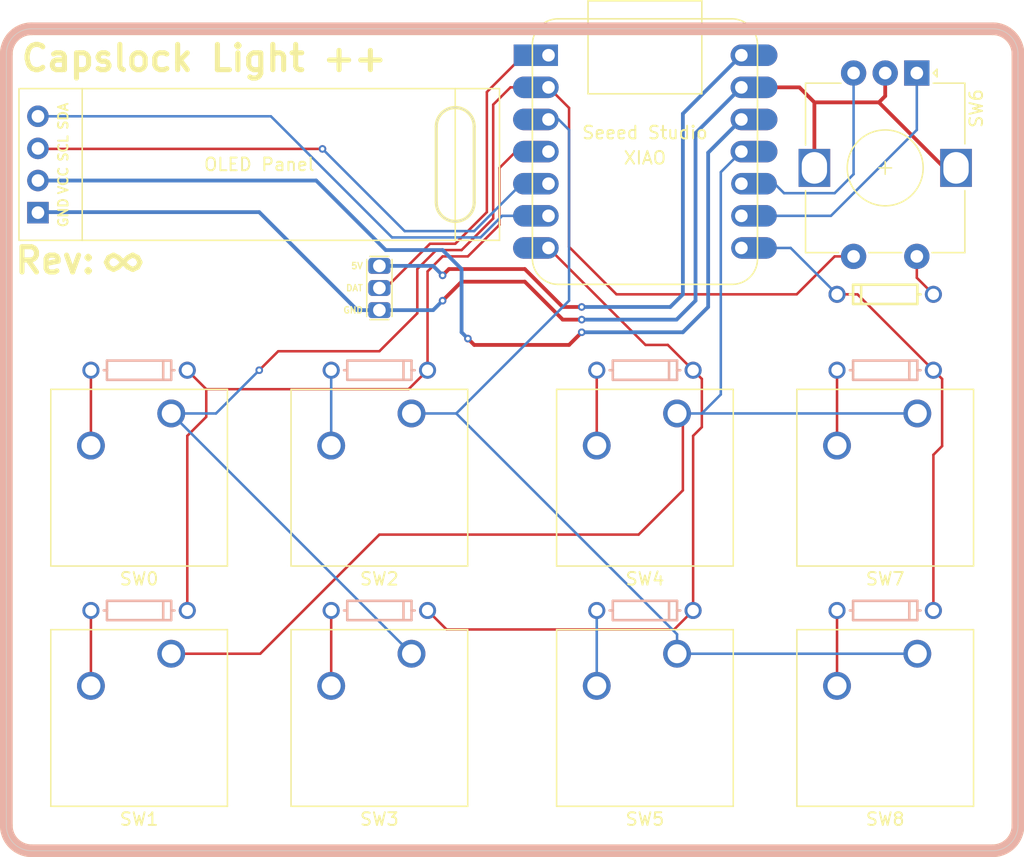
<source format=kicad_pcb>
(kicad_pcb (version 20240108) (generator "pcbnew") (generator_version "8.0")
  (title_block (title "Capslock Light ++") (date "2024-10-04") (rev "Infinity"))
  (layers (0 "F.Cu" signal) (31 "B.Cu" signal) (34 "B.Paste" user) (35 "F.Paste" user) (36 "B.SilkS" user "B.Silkscreen") (37 "F.SilkS" user "F.Silkscreen") (38 "B.Mask" user) (39 "F.Mask" user) (44 "Edge.Cuts" user))
  (net 0 "")
  (net 1 "Net-(D2-A)")
  (net 2 "Net-(D3-A)")
  (net 3 "Net-(D4-A)")
  (net 4 "Net-(D5-A)")
  (net 5 "Net-(D6-A)")
  (net 6 "Net-(D7-A)")
  (net 7 "Net-(D8-A)")
  (net 8 "Net-(D1-A)")
  (net 9 "Net-(D0-A)")
  (net 10 "R3")
  (net 11 "R2")
  (net 12 "R1")
  (net 13 "GND")
  (net 14 "+3.3V")
  (net 15 "C1")
  (net 16 "C2")
  (net 17 "C3")
  (net 18 "B")
  (net 19 "A")
  (net 20 "/5V")
  (net 21 "/SCL")
  (net 22 "/SDA")
  (net 23 "/DAT")
  (footprint "Rotary_Encoder:RotaryEncoder_Alps_EC12E-Switch_Vertical_H20mm" (layer "F.Cu") (at 117.5 34.5 -90)
    (property "Reference" "SW6" (at -4.7 -7.2 90) (layer "F.SilkS"))
    (property "Value" "RotaryEncoder_Switch_MP")
    (fp_line (start -6.7 6.3) (end -6.7 3.5) (stroke (width 0.12)) (layer "F.SilkS"))
    (fp_line (start -1.8 6.3) (end -6.7 6.3) (stroke (width 0.12)) (layer "F.SilkS"))
    (fp_line (start 6.7 6.3) (end 1.8 6.3) (stroke (width 0.12)) (layer "F.SilkS"))
    (fp_line (start 6.7 3.7) (end 6.7 6.3) (stroke (width 0.12)) (layer "F.SilkS"))
    (fp_line (start -0.5 0) (end 0.5 0) (stroke (width 0.12)) (layer "F.SilkS"))
    (fp_line (start 0 -0.5) (end 0 0.5) (stroke (width 0.12)) (layer "F.SilkS"))
    (fp_line (start 6.7 -1.3) (end 6.7 1.3) (stroke (width 0.12)) (layer "F.SilkS"))
    (fp_line (start -7.5 -3.8) (end -7.8 -4.1) (stroke (width 0.12)) (layer "F.SilkS"))
    (fp_line (start -7.8 -4.1) (end -7.2 -4.1) (stroke (width 0.12)) (layer "F.SilkS"))
    (fp_line (start -7.2 -4.1) (end -7.5 -3.8) (stroke (width 0.12)) (layer "F.SilkS"))
    (fp_line (start -6.7 -6.3) (end -6.7 -3.8) (stroke (width 0.12)) (layer "F.SilkS"))
    (fp_line (start -1.9 -6.3) (end -6.7 -6.3) (stroke (width 0.12)) (layer "F.SilkS"))
    (fp_line (start 1.8 -6.3) (end 6.7 -6.3) (stroke (width 0.12)) (layer "F.SilkS"))
    (fp_line (start 6.7 -6.3) (end 6.7 -3.7) (stroke (width 0.12)) (layer "F.SilkS"))
    (fp_circle (center 0 0) (end 3 0) (stroke (width 0.12)) (fill none) (layer "F.SilkS"))
    (pad "A" thru_hole rect (at -7.5 -2.5 270) (size 2 2) (drill 1) (layers "*.Cu" "*.Mask") (net 19 "A"))
    (pad "B" thru_hole circle (at -7.5 2.5 270) (size 2 2) (drill 1) (layers "*.Cu" "*.Mask") (net 18 "B"))
    (pad "C" thru_hole circle (at -7.5 0 270) (size 2 2) (drill 1) (layers "*.Cu" "*.Mask") (net 13 "GND"))
    (pad "MP" thru_hole rect (at 0 -5.6 270) (size 3 2.5) (drill oval 2.5 2) (layers "*.Cu" "*.Mask") (net 13 "GND"))
    (pad "MP" thru_hole rect (at 0 5.6 270) (size 3 2.5) (drill oval 2.5 2) (layers "*.Cu" "*.Mask") (net 13 "GND"))
    (pad "S1" thru_hole circle (at 7 -2.5 270) (size 2 2) (drill 1) (layers "*.Cu" "*.Mask") (net 5 "Net-(D6-A)"))
    (pad "S2" thru_hole circle (at 7 2.5 270) (size 2 2) (drill 1) (layers "*.Cu" "*.Mask") (net 15 "C1"))
  )
  (footprint "Button_Switch_Keyboard:SW_Cherry_MX_1.00u_PCB" (layer "F.Cu") (at 120.04 72.92)
    (property "Reference" "SW8" (at -2.54 13.08 0) (layer "F.SilkS"))
    (property "Value" "SW_Push")
    (fp_line (start -9.525 -1.905) (end 4.445 -1.905) (stroke (width 0.12)) (layer "F.SilkS"))
    (fp_line (start -9.525 12.065) (end -9.525 -1.905) (stroke (width 0.12)) (layer "F.SilkS"))
    (fp_line (start 4.445 -1.905) (end 4.445 12.065) (stroke (width 0.12)) (layer "F.SilkS"))
    (fp_line (start 4.445 12.065) (end -9.525 12.065) (stroke (width 0.12)) (layer "F.SilkS"))
    (pad "" np_thru_hole circle (at -7.62 5.08) (size 1.7 1.7) (drill 1.7) (layers "*.Cu" "*.Mask"))
    (pad "" np_thru_hole circle (at -2.54 5.08) (size 4 4) (drill 4) (layers "*.Cu" "*.Mask"))
    (pad "" np_thru_hole circle (at 2.54 5.08) (size 1.7 1.7) (drill 1.7) (layers "*.Cu" "*.Mask"))
    (pad "1" thru_hole circle (at 0 0) (size 2.2 2.2) (drill 1.5) (layers "*.Cu" "*.Mask") (net 17 "C3"))
    (pad "2" thru_hole circle (at -6.35 2.54) (size 2.2 2.2) (drill 1.5) (layers "*.Cu" "*.Mask") (net 7 "Net-(D8-A)"))
  )
  (footprint "Button_Switch_Keyboard:SW_Cherry_MX_1.00u_PCB" (layer "F.Cu") (at 61.04 53.92)
    (property "Reference" "SW0" (at -2.54 13.08 0) (layer "F.SilkS"))
    (property "Value" "SW_Push")
    (fp_line (start -9.525 -1.905) (end 4.445 -1.905) (stroke (width 0.12)) (layer "F.SilkS"))
    (fp_line (start -9.525 12.065) (end -9.525 -1.905) (stroke (width 0.12)) (layer "F.SilkS"))
    (fp_line (start 4.445 -1.905) (end 4.445 12.065) (stroke (width 0.12)) (layer "F.SilkS"))
    (fp_line (start 4.445 12.065) (end -9.525 12.065) (stroke (width 0.12)) (layer "F.SilkS"))
    (pad "" np_thru_hole circle (at -7.62 5.08) (size 1.7 1.7) (drill 1.7) (layers "*.Cu" "*.Mask"))
    (pad "" np_thru_hole circle (at -2.54 5.08) (size 4 4) (drill 4) (layers "*.Cu" "*.Mask"))
    (pad "" np_thru_hole circle (at 2.54 5.08) (size 1.7 1.7) (drill 1.7) (layers "*.Cu" "*.Mask"))
    (pad "1" thru_hole circle (at 0 0) (size 2.2 2.2) (drill 1.5) (layers "*.Cu" "*.Mask") (net 15 "C1"))
    (pad "2" thru_hole circle (at -6.35 2.54) (size 2.2 2.2) (drill 1.5) (layers "*.Cu" "*.Mask") (net 9 "Net-(D0-A)"))
  )
  (footprint "Button_Switch_Keyboard:SW_Cherry_MX_1.00u_PCB" (layer "F.Cu") (at 80.04 53.92)
    (property "Reference" "SW2" (at -2.54 13.08 0) (layer "F.SilkS"))
    (property "Value" "SW_Push")
    (fp_line (start -9.525 -1.905) (end 4.445 -1.905) (stroke (width 0.12)) (layer "F.SilkS"))
    (fp_line (start -9.525 12.065) (end -9.525 -1.905) (stroke (width 0.12)) (layer "F.SilkS"))
    (fp_line (start 4.445 -1.905) (end 4.445 12.065) (stroke (width 0.12)) (layer "F.SilkS"))
    (fp_line (start 4.445 12.065) (end -9.525 12.065) (stroke (width 0.12)) (layer "F.SilkS"))
    (pad "" np_thru_hole circle (at -7.62 5.08) (size 1.7 1.7) (drill 1.7) (layers "*.Cu" "*.Mask"))
    (pad "" np_thru_hole circle (at -2.54 5.08) (size 4 4) (drill 4) (layers "*.Cu" "*.Mask"))
    (pad "" np_thru_hole circle (at 2.54 5.08) (size 1.7 1.7) (drill 1.7) (layers "*.Cu" "*.Mask"))
    (pad "1" thru_hole circle (at 0 0) (size 2.2 2.2) (drill 1.5) (layers "*.Cu" "*.Mask") (net 17 "C3"))
    (pad "2" thru_hole circle (at -6.35 2.54) (size 2.2 2.2) (drill 1.5) (layers "*.Cu" "*.Mask") (net 1 "Net-(D2-A)"))
  )
  (footprint "Button_Switch_Keyboard:SW_Cherry_MX_1.00u_PCB" (layer "F.Cu") (at 80.04 72.92)
    (property "Reference" "SW3" (at -2.54 13.08 0) (layer "F.SilkS"))
    (property "Value" "SW_Push")
    (fp_line (start -9.525 -1.905) (end 4.445 -1.905) (stroke (width 0.12)) (layer "F.SilkS"))
    (fp_line (start -9.525 12.065) (end -9.525 -1.905) (stroke (width 0.12)) (layer "F.SilkS"))
    (fp_line (start 4.445 -1.905) (end 4.445 12.065) (stroke (width 0.12)) (layer "F.SilkS"))
    (fp_line (start 4.445 12.065) (end -9.525 12.065) (stroke (width 0.12)) (layer "F.SilkS"))
    (pad "" np_thru_hole circle (at -7.62 5.08) (size 1.7 1.7) (drill 1.7) (layers "*.Cu" "*.Mask"))
    (pad "" np_thru_hole circle (at -2.54 5.08) (size 4 4) (drill 4) (layers "*.Cu" "*.Mask"))
    (pad "" np_thru_hole circle (at 2.54 5.08) (size 1.7 1.7) (drill 1.7) (layers "*.Cu" "*.Mask"))
    (pad "1" thru_hole circle (at 0 0) (size 2.2 2.2) (drill 1.5) (layers "*.Cu" "*.Mask") (net 15 "C1"))
    (pad "2" thru_hole circle (at -6.35 2.54) (size 2.2 2.2) (drill 1.5) (layers "*.Cu" "*.Mask") (net 2 "Net-(D3-A)"))
  )
  (footprint "Seeed Studio XIAO Series Library:XIAO-Generic-Hybrid-14P-2.54-21X17.8MM" (layer "F.Cu") (at 98.5 33.212015)
    (property "Reference" "U0" (hide yes))
    (property "Value" "Seeed Studio XIAO SAMD21" (hide yes))
    (fp_line (start -8.9 -8.5) (end -8.9 8.5) (stroke (width 0.127)) (layer "F.SilkS"))
    (fp_line (start -6.9 10.5) (end 6.9 10.5) (stroke (width 0.127)) (layer "F.SilkS"))
    (fp_line (start -4.5 -11.92403) (end 4.5 -11.92403) (stroke (width 0.127)) (layer "F.SilkS"))
    (fp_line (start -4.5 -4.57073) (end -4.5 -11.92403) (stroke (width 0.127)) (layer "F.SilkS"))
    (fp_line (start 4.5 -11.92403) (end 4.5 -4.57073) (stroke (width 0.127)) (layer "F.SilkS"))
    (fp_line (start 4.5 -4.57073) (end -4.5 -4.57073) (stroke (width 0.127)) (layer "F.SilkS"))
    (fp_line (start 6.9 -10.49909) (end -6.9 -10.49909) (stroke (width 0.127)) (layer "F.SilkS"))
    (fp_line (start 8.9 8.5) (end 8.9 -8.5) (stroke (width 0.127)) (layer "F.SilkS"))
    (fp_arc (start -8.9 -8.5) (mid -8.301491 -9.901491) (end -6.9 -10.5) (stroke (width 0.12)) (layer "F.SilkS"))
    (fp_arc (start -6.9 10.5) (mid -8.301423 9.901423) (end -8.9 8.5) (stroke (width 0.12)) (layer "F.SilkS"))
    (fp_arc (start 6.9 -10.5) (mid 8.301494 -9.901494) (end 8.9 -8.5) (stroke (width 0.12)) (layer "F.SilkS"))
    (fp_arc (start 8.9 8.5) (mid 8.314214 9.914214) (end 6.9 10.5) (stroke (width 0.12)) (layer "F.SilkS"))
    (fp_poly (pts (xy -8.887715 -8.561705) (xy -8.884667 -8.610473) (xy -8.880603 -8.659494)) (stroke (width 0.0254)) (fill none) (layer "F.SilkS"))
    (fp_poly (pts (xy 8.889492 8.521574) (xy 8.887713 8.57085) (xy 8.884665 8.619618) (xy 8.880601 8.668639) (xy 8.875268 8.717407) (xy 8.868664 8.766175) (xy 8.861044 8.81469) (xy 8.852153 8.86295) (xy 8.842248 8.910955)) (stroke (width 0.0254)) (fill none) (layer "F.SilkS"))
    (fp_text user "XIAO" (at 0 0.5 0) (layer "F.SilkS"))
    (fp_text user "Seeed Studio" (at 0 -1.5 0) (layer "F.SilkS"))
    (pad "1" thru_hole rect (at -7.625 -7.62) (size 3.5 1.7) (drill 1 (offset -1 0)) (layers "*.Cu" "*.Mask") (net 23 "/DAT"))
    (pad "2" thru_hole oval (at -7.625 -5.08) (size 3.6 1.7) (drill 1 (offset -1 0)) (layers "*.Cu" "*.Mask") (net 15 "C1"))
    (pad "3" thru_hole oval (at -7.625 -2.54) (size 3.6 1.7) (drill 1 (offset -1 0)) (layers "*.Cu" "*.Mask") (net 17 "C3"))
    (pad "4" thru_hole oval (at -7.625 0) (size 3.6 1.7) (drill 1 (offset -1 0)) (layers "*.Cu" "*.Mask") (net 10 "R3"))
    (pad "5" thru_hole oval (at -7.625 2.54) (size 3.6 1.7) (drill 1 (offset -1 0)) (layers "*.Cu" "*.Mask") (net 22 "/SDA"))
    (pad "6" thru_hole oval (at -7.625 5.08 180) (size 3.6 1.7) (drill 1 (offset 1 0)) (layers "*.Cu" "*.Mask") (net 21 "/SCL"))
    (pad "7" thru_hole oval (at -7.625 7.62) (size 3.6 1.7) (drill 1 (offset -1 0)) (layers "*.Cu" "*.Mask") (net 11 "R2"))
    (pad "8" thru_hole oval (at 7.625 7.62) (size 3.6 1.7) (drill 1 (offset 1 0)) (layers "*.Cu" "*.Mask") (net 12 "R1"))
    (pad "9" thru_hole oval (at 7.625 5.08) (size 3.6 1.7) (drill 1 (offset 1 0)) (layers "*.Cu" "*.Mask") (net 19 "A"))
    (pad "10" thru_hole oval (at 7.625 2.54) (size 3.6 1.7) (drill 1 (offset 1 0)) (layers "*.Cu" "*.Mask") (net 18 "B"))
    (pad "11" thru_hole oval (at 7.625 0) (size 3.7 1.7) (drill 1 (offset 1 0)) (layers "*.Cu" "*.Mask") (net 16 "C2"))
    (pad "12" thru_hole oval (at 7.625 -2.54) (size 3.7 1.7) (drill 1 (offset 1 0)) (layers "*.Cu" "*.Mask") (net 14 "+3.3V"))
    (pad "13" thru_hole oval (at 7.625 -5.08) (size 3.7 1.7) (drill 1 (offset 1 0)) (layers "*.Cu" "*.Mask") (net 13 "GND"))
    (pad "14" thru_hole oval (at 7.625 -7.62) (size 3.7 1.7) (drill 1 (offset 1 0)) (layers "*.Cu" "*.Mask") (net 20 "/5V"))
  )
  (footprint "Button_Switch_Keyboard:SW_Cherry_MX_1.00u_PCB" (layer "F.Cu") (at 120.04 53.92)
    (property "Reference" "SW7" (at -2.54 13.08 0) (layer "F.SilkS"))
    (property "Value" "SW_Push")
    (fp_line (start -9.525 -1.905) (end 4.445 -1.905) (stroke (width 0.12)) (layer "F.SilkS"))
    (fp_line (start -9.525 12.065) (end -9.525 -1.905) (stroke (width 0.12)) (layer "F.SilkS"))
    (fp_line (start 4.445 -1.905) (end 4.445 12.065) (stroke (width 0.12)) (layer "F.SilkS"))
    (fp_line (start 4.445 12.065) (end -9.525 12.065) (stroke (width 0.12)) (layer "F.SilkS"))
    (pad "" np_thru_hole circle (at -7.62 5.08) (size 1.7 1.7) (drill 1.7) (layers "*.Cu" "*.Mask"))
    (pad "" np_thru_hole circle (at -2.54 5.08) (size 4 4) (drill 4) (layers "*.Cu" "*.Mask"))
    (pad "" np_thru_hole circle (at 2.54 5.08) (size 1.7 1.7) (drill 1.7) (layers "*.Cu" "*.Mask"))
    (pad "1" thru_hole circle (at 0 0) (size 2.2 2.2) (drill 1.5) (layers "*.Cu" "*.Mask") (net 16 "C2"))
    (pad "2" thru_hole circle (at -6.35 2.54) (size 2.2 2.2) (drill 1.5) (layers "*.Cu" "*.Mask") (net 6 "Net-(D7-A)"))
  )
  (footprint "Diode_THT:DIODE-1N4148" (layer "F.Cu") (at 117.5 44.5 180)
    (property "Reference" "D6")
    (property "Value" "1N4148WT" (hide yes))
    (fp_line (start 2.54 0.762) (end -2.54 0.762) (stroke (width 0.2032)) (layer "F.SilkS"))
    (fp_line (start 2.54 0) (end 2.794 0) (stroke (width 0.2032)) (layer "F.SilkS"))
    (fp_line (start 2.54 0) (end 2.54 0.762) (stroke (width 0.2032)) (layer "F.SilkS"))
    (fp_line (start 2.54 -0.762) (end 2.54 0) (stroke (width 0.2032)) (layer "F.SilkS"))
    (fp_line (start 1.905 -0.635) (end 1.905 0.635) (stroke (width 0.2032)) (layer "F.SilkS"))
    (fp_line (start -2.54 0.762) (end -2.54 0) (stroke (width 0.2032)) (layer "F.SilkS"))
    (fp_line (start -2.54 0) (end -2.54 -0.762) (stroke (width 0.2032)) (layer "F.SilkS"))
    (fp_line (start -2.54 0) (end -2.794 0) (stroke (width 0.2032)) (layer "F.SilkS"))
    (fp_line (start -2.54 -0.762) (end 2.54 -0.762) (stroke (width 0.2032)) (layer "F.SilkS"))
    (pad "1" thru_hole oval (at 3.81 0 180) (size 1.34874 1.34874) (drill 0.89916) (layers "*.Cu" "*.Mask") (net 12 "R1"))
    (pad "2" thru_hole oval (at -3.81 0 180) (size 1.34874 1.34874) (drill 0.89916) (layers "*.Cu" "*.Mask") (net 5 "Net-(D6-A)"))
  )
  (footprint "Jumper:SolderJumper-3_P1.3mm_Open_Pad1.0x1.5mm" (layer "F.Cu") (at 77.5 44 -90)
    (property "Reference" "J0" (hide yes))
    (property "Value" "Conn_01x03_Socket")
    (fp_line (start 2.25 1) (end -2.25 1) (stroke (width 0.12)) (layer "F.SilkS"))
    (fp_line (start -2.5 0.75) (end -2.5 -0.75) (stroke (width 0.12)) (layer "F.SilkS"))
    (fp_line (start 2.5 -0.75) (end 2.5 0.75) (stroke (width 0.12)) (layer "F.SilkS"))
    (fp_line (start -2.25 -1) (end 2.25 -1) (stroke (width 0.12)) (layer "F.SilkS"))
    (fp_text user "GND" (at 1.75 1.25 0) (layer "F.SilkS") (effects (font (size 0.5 0.5) (thickness 0.1)) (justify right)))
    (fp_text user "5V" (at -1.75 1.25 0) (layer "F.SilkS") (effects (font (size 0.5 0.5) (thickness 0.1)) (justify right)))
    (fp_text user "DAT" (at 0 1.25 0) (layer "F.SilkS") (effects (font (size 0.5 0.5) (thickness 0.1)) (justify right)))
    (pad "1" thru_hole roundrect (at -1.75 0 270) (size 1.25 1.75) (drill 1) (layers "*.Cu" "*.Mask") (roundrect_rratio 0.2) (net 20 "/5V"))
    (pad "2" thru_hole roundrect (at 0 0 270) (size 1.25 1.75) (drill 1) (layers "*.Cu" "*.Mask") (net 23 "/DAT"))
    (pad "3" thru_hole roundrect (at 1.75 0 270) (size 1.25 1.75) (drill 1) (layers "*.Cu" "*.Mask") (roundrect_rratio 0.2) (net 13 "GND"))
  )
  (footprint "Display:SSD1306-0.91-OLED-4pin-128x32" (layer "F.Cu") (at 68 34.23 180)
    (property "Reference" "J1" (hide yes))
    (property "Value" "Conn_01x04")
    (fp_line (start 14 -6) (end 14 6) (stroke (width 0.12)) (layer "F.SilkS"))
    (fp_line (start -14 -3) (end -14 3) (stroke (width 0.25)) (layer "F.SilkS"))
    (fp_line (start -15.5 -6) (end -15.5 6) (stroke (width 0.12)) (layer "F.SilkS"))
    (fp_line (start -17 3) (end -17 -3) (stroke (width 0.25)) (layer "F.SilkS"))
    (fp_rect (start -19 -6) (end 19 6) (stroke (width 0.12)) (fill none) (layer "F.SilkS"))
    (fp_arc (start -14 3) (mid -14.43934 4.06066) (end -15.5 4.5) (stroke (width 0.25)) (layer "F.SilkS"))
    (fp_arc (start -15.5 4.5) (mid -16.56066 4.06066) (end -17 3) (stroke (width 0.25)) (layer "F.SilkS"))
    (fp_arc (start -15.5 -4.5) (mid -14.43934 -4.06066) (end -14 -3) (stroke (width 0.25)) (layer "F.SilkS"))
    (fp_arc (start -17 -3) (mid -16.56066 -4.06066) (end -15.5 -4.5) (stroke (width 0.25)) (layer "F.SilkS"))
    (fp_line (start -14 -3) (end -14 3) (stroke (width 0.05)) (layer "Edge.Cuts"))
    (fp_line (start -17 3) (end -17 -3) (stroke (width 0.05)) (layer "Edge.Cuts"))
    (fp_arc (start -14 3) (mid -14.43934 4.06066) (end -15.5 4.5) (stroke (width 0.05)) (layer "Edge.Cuts"))
    (fp_arc (start -15.5 4.5) (mid -16.56066 4.06066) (end -17 3) (stroke (width 0.05)) (layer "Edge.Cuts"))
    (fp_arc (start -15.5 -4.5) (mid -14.43934 -4.06066) (end -14 -3) (stroke (width 0.05)) (layer "Edge.Cuts"))
    (fp_arc (start -17 -3) (mid -16.56066 -4.06066) (end -15.5 -4.5) (stroke (width 0.05)) (layer "Edge.Cuts"))
    (fp_text user "OLED Panel" (at 0 0 0) (layer "F.SilkS"))
    (fp_text user "SDA" (at 15.5 3.81 90) (layer "F.SilkS") (effects (font (size 0.75 0.75))))
    (fp_text user "SCL" (at 15.5 1.27 90) (layer "F.SilkS") (effects (font (size 0.75 0.75))))
    (fp_text user "GND" (at 15.5 -3.81 90) (layer "F.SilkS") (effects (font (size 0.75 0.75))))
    (fp_text user "VCC" (at 15.5 -1.27 90) (layer "F.SilkS") (effects (font (size 0.75 0.75))))
    (pad "1" thru_hole rect (at 17.5 -3.81 180) (size 1.7 1.7) (drill 1) (layers "*.Cu" "*.Mask") (net 13 "GND"))
    (pad "2" thru_hole oval (at 17.5 -1.27 180) (size 1.7 1.7) (drill 1) (layers "*.Cu" "*.Mask") (net 14 "+3.3V"))
    (pad "3" thru_hole oval (at 17.5 1.27 180) (size 1.7 1.7) (drill 1) (layers "*.Cu" "*.Mask") (net 22 "/SDA"))
    (pad "4" thru_hole oval (at 17.5 3.81 180) (size 1.7 1.7) (drill 1) (layers "*.Cu" "*.Mask") (net 21 "/SCL"))
  )
  (footprint "MountingHole:MountingHole_3.2mm_M3" (layer "F.Cu") (at 88 46)
    (property "Reference" "REF**" (hide yes))
    (property "Value" "MountingHole_3.2mm_M3" (hide yes))
    (pad "" np_thru_hole circle (at 0 0) (size 3.2 3.2) (drill 3.2) (layers "*.Cu" "*.Mask"))
  )
  (footprint "MountingHole:MountingHole_3.2mm_M3" (layer "F.Cu") (at 88 68.5)
    (property "Reference" "REF**" (hide yes))
    (property "Value" "MountingHole_3.2mm_M3" (hide yes))
    (pad "" np_thru_hole circle (at 0 0) (size 3.2 3.2) (drill 3.2) (layers "*.Cu" "*.Mask"))
  )
  (footprint "Button_Switch_Keyboard:SW_Cherry_MX_1.00u_PCB" (layer "F.Cu") (at 101.04 53.92)
    (property "Reference" "SW4" (at -2.54 13.08 0) (layer "F.SilkS"))
    (property "Value" "SW_Push")
    (fp_line (start -9.525 -1.905) (end 4.445 -1.905) (stroke (width 0.12)) (layer "F.SilkS"))
    (fp_line (start -9.525 12.065) (end -9.525 -1.905) (stroke (width 0.12)) (layer "F.SilkS"))
    (fp_line (start 4.445 -1.905) (end 4.445 12.065) (stroke (width 0.12)) (layer "F.SilkS"))
    (fp_line (start 4.445 12.065) (end -9.525 12.065) (stroke (width 0.12)) (layer "F.SilkS"))
    (pad "" np_thru_hole circle (at -7.62 5.08) (size 1.7 1.7) (drill 1.7) (layers "*.Cu" "*.Mask"))
    (pad "" np_thru_hole circle (at -2.54 5.08) (size 4 4) (drill 4) (layers "*.Cu" "*.Mask"))
    (pad "" np_thru_hole circle (at 2.54 5.08) (size 1.7 1.7) (drill 1.7) (layers "*.Cu" "*.Mask"))
    (pad "1" thru_hole circle (at 0 0) (size 2.2 2.2) (drill 1.5) (layers "*.Cu" "*.Mask") (net 16 "C2"))
    (pad "2" thru_hole circle (at -6.35 2.54) (size 2.2 2.2) (drill 1.5) (layers "*.Cu" "*.Mask") (net 3 "Net-(D4-A)"))
  )
  (footprint "Button_Switch_Keyboard:SW_Cherry_MX_1.00u_PCB" (layer "F.Cu") (at 101.04 72.92)
    (property "Reference" "SW5" (at -2.54 13.08 0) (layer "F.SilkS"))
    (property "Value" "SW_Push")
    (fp_line (start -9.525 -1.905) (end 4.445 -1.905) (stroke (width 0.12)) (layer "F.SilkS"))
    (fp_line (start -9.525 12.065) (end -9.525 -1.905) (stroke (width 0.12)) (layer "F.SilkS"))
    (fp_line (start 4.445 -1.905) (end 4.445 12.065) (stroke (width 0.12)) (layer "F.SilkS"))
    (fp_line (start 4.445 12.065) (end -9.525 12.065) (stroke (width 0.12)) (layer "F.SilkS"))
    (pad "" np_thru_hole circle (at -7.62 5.08) (size 1.7 1.7) (drill 1.7) (layers "*.Cu" "*.Mask"))
    (pad "" np_thru_hole circle (at -2.54 5.08) (size 4 4) (drill 4) (layers "*.Cu" "*.Mask"))
    (pad "" np_thru_hole circle (at 2.54 5.08) (size 1.7 1.7) (drill 1.7) (layers "*.Cu" "*.Mask"))
    (pad "1" thru_hole circle (at 0 0) (size 2.2 2.2) (drill 1.5) (layers "*.Cu" "*.Mask") (net 17 "C3"))
    (pad "2" thru_hole circle (at -6.35 2.54) (size 2.2 2.2) (drill 1.5) (layers "*.Cu" "*.Mask") (net 4 "Net-(D5-A)"))
  )
  (footprint "Button_Switch_Keyboard:SW_Cherry_MX_1.00u_PCB" (layer "F.Cu") (at 61.04 72.92)
    (property "Reference" "SW1" (at -2.54 13.08 0) (layer "F.SilkS"))
    (property "Value" "SW_Push")
    (fp_line (start -9.525 -1.905) (end 4.445 -1.905) (stroke (width 0.12)) (layer "F.SilkS"))
    (fp_line (start -9.525 12.065) (end -9.525 -1.905) (stroke (width 0.12)) (layer "F.SilkS"))
    (fp_line (start 4.445 -1.905) (end 4.445 12.065) (stroke (width 0.12)) (layer "F.SilkS"))
    (fp_line (start 4.445 12.065) (end -9.525 12.065) (stroke (width 0.12)) (layer "F.SilkS"))
    (pad "" np_thru_hole circle (at -7.62 5.08) (size 1.7 1.7) (drill 1.7) (layers "*.Cu" "*.Mask"))
    (pad "" np_thru_hole circle (at -2.54 5.08) (size 4 4) (drill 4) (layers "*.Cu" "*.Mask"))
    (pad "" np_thru_hole circle (at 2.54 5.08) (size 1.7 1.7) (drill 1.7) (layers "*.Cu" "*.Mask"))
    (pad "1" thru_hole circle (at 0 0) (size 2.2 2.2) (drill 1.5) (layers "*.Cu" "*.Mask") (net 16 "C2"))
    (pad "2" thru_hole circle (at -6.35 2.54) (size 2.2 2.2) (drill 1.5) (layers "*.Cu" "*.Mask") (net 8 "Net-(D1-A)"))
  )
  (footprint "Diode_THT:DIODE-1N4148" (layer "B.Cu") (at 58.5 69.5)
    (property "Reference" "D1")
    (property "Value" "1N4148WT" (hide yes))
    (fp_line (start -2.794 0) (end -2.54 0) (stroke (width 0.2032)) (layer "B.SilkS"))
    (fp_line (start -2.54 -0.762) (end 2.54 -0.762) (stroke (width 0.2032)) (layer "B.SilkS"))
    (fp_line (start -2.54 0) (end -2.54 -0.762) (stroke (width 0.2032)) (layer "B.SilkS"))
    (fp_line (start -2.54 0.762) (end -2.54 0) (stroke (width 0.2032)) (layer "B.SilkS"))
    (fp_line (start 1.905 -0.635) (end 1.905 0.635) (stroke (width 0.2032)) (layer "B.SilkS"))
    (fp_line (start 2.54 -0.762) (end 2.54 0) (stroke (width 0.2032)) (layer "B.SilkS"))
    (fp_line (start 2.54 0) (end 2.54 0.762) (stroke (width 0.2032)) (layer "B.SilkS"))
    (fp_line (start 2.54 0.762) (end -2.54 0.762) (stroke (width 0.2032)) (layer "B.SilkS"))
    (fp_line (start 2.794 0) (end 2.54 0) (stroke (width 0.2032)) (layer "B.SilkS"))
    (pad "1" thru_hole oval (at 3.81 0) (size 1.34874 1.34874) (drill 0.89916) (layers "*.Cu" "*.Mask") (net 10 "R3"))
    (pad "2" thru_hole oval (at -3.81 0) (size 1.34874 1.34874) (drill 0.89916) (layers "*.Cu" "*.Mask") (net 8 "Net-(D1-A)"))
  )
  (footprint "Diode_THT:DIODE-1N4148" (layer "B.Cu") (at 58.5 50.5)
    (property "Reference" "D0")
    (property "Value" "1N4148WT" (hide yes))
    (fp_line (start -2.794 0) (end -2.54 0) (stroke (width 0.2032)) (layer "B.SilkS"))
    (fp_line (start -2.54 -0.762) (end 2.54 -0.762) (stroke (width 0.2032)) (layer "B.SilkS"))
    (fp_line (start -2.54 0) (end -2.54 -0.762) (stroke (width 0.2032)) (layer "B.SilkS"))
    (fp_line (start -2.54 0.762) (end -2.54 0) (stroke (width 0.2032)) (layer "B.SilkS"))
    (fp_line (start 1.905 -0.635) (end 1.905 0.635) (stroke (width 0.2032)) (layer "B.SilkS"))
    (fp_line (start 2.54 -0.762) (end 2.54 0) (stroke (width 0.2032)) (layer "B.SilkS"))
    (fp_line (start 2.54 0) (end 2.54 0.762) (stroke (width 0.2032)) (layer "B.SilkS"))
    (fp_line (start 2.54 0.762) (end -2.54 0.762) (stroke (width 0.2032)) (layer "B.SilkS"))
    (fp_line (start 2.794 0) (end 2.54 0) (stroke (width 0.2032)) (layer "B.SilkS"))
    (pad "1" thru_hole oval (at 3.81 0) (size 1.34874 1.34874) (drill 0.89916) (layers "*.Cu" "*.Mask") (net 10 "R3"))
    (pad "2" thru_hole oval (at -3.81 0) (size 1.34874 1.34874) (drill 0.89916) (layers "*.Cu" "*.Mask") (net 9 "Net-(D0-A)"))
  )
  (footprint "Diode_THT:DIODE-1N4148" (layer "B.Cu") (at 77.5 69.5)
    (property "Reference" "D3")
    (property "Value" "1N4148WT" (hide yes))
    (fp_line (start -2.794 0) (end -2.54 0) (stroke (width 0.2032)) (layer "B.SilkS"))
    (fp_line (start -2.54 -0.762) (end 2.54 -0.762) (stroke (width 0.2032)) (layer "B.SilkS"))
    (fp_line (start -2.54 0) (end -2.54 -0.762) (stroke (width 0.2032)) (layer "B.SilkS"))
    (fp_line (start -2.54 0.762) (end -2.54 0) (stroke (width 0.2032)) (layer "B.SilkS"))
    (fp_line (start 1.905 -0.635) (end 1.905 0.635) (stroke (width 0.2032)) (layer "B.SilkS"))
    (fp_line (start 2.54 -0.762) (end 2.54 0) (stroke (width 0.2032)) (layer "B.SilkS"))
    (fp_line (start 2.54 0) (end 2.54 0.762) (stroke (width 0.2032)) (layer "B.SilkS"))
    (fp_line (start 2.54 0.762) (end -2.54 0.762) (stroke (width 0.2032)) (layer "B.SilkS"))
    (fp_line (start 2.794 0) (end 2.54 0) (stroke (width 0.2032)) (layer "B.SilkS"))
    (pad "1" thru_hole oval (at 3.81 0) (size 1.34874 1.34874) (drill 0.89916) (layers "*.Cu" "*.Mask") (net 11 "R2"))
    (pad "2" thru_hole oval (at -3.81 0) (size 1.34874 1.34874) (drill 0.89916) (layers "*.Cu" "*.Mask") (net 2 "Net-(D3-A)"))
  )
  (footprint "Diode_THT:DIODE-1N4148" (layer "B.Cu") (at 117.5 69.5)
    (property "Reference" "D8")
    (property "Value" "1N4148WT" (hide yes))
    (fp_line (start -2.794 0) (end -2.54 0) (stroke (width 0.2032)) (layer "B.SilkS"))
    (fp_line (start -2.54 -0.762) (end 2.54 -0.762) (stroke (width 0.2032)) (layer "B.SilkS"))
    (fp_line (start -2.54 0) (end -2.54 -0.762) (stroke (width 0.2032)) (layer "B.SilkS"))
    (fp_line (start -2.54 0.762) (end -2.54 0) (stroke (width 0.2032)) (layer "B.SilkS"))
    (fp_line (start 1.905 -0.635) (end 1.905 0.635) (stroke (width 0.2032)) (layer "B.SilkS"))
    (fp_line (start 2.54 -0.762) (end 2.54 0) (stroke (width 0.2032)) (layer "B.SilkS"))
    (fp_line (start 2.54 0) (end 2.54 0.762) (stroke (width 0.2032)) (layer "B.SilkS"))
    (fp_line (start 2.54 0.762) (end -2.54 0.762) (stroke (width 0.2032)) (layer "B.SilkS"))
    (fp_line (start 2.794 0) (end 2.54 0) (stroke (width 0.2032)) (layer "B.SilkS"))
    (pad "1" thru_hole oval (at 3.81 0) (size 1.34874 1.34874) (drill 0.89916) (layers "*.Cu" "*.Mask") (net 12 "R1"))
    (pad "2" thru_hole oval (at -3.81 0) (size 1.34874 1.34874) (drill 0.89916) (layers "*.Cu" "*.Mask") (net 7 "Net-(D8-A)"))
  )
  (footprint "Diode_THT:DIODE-1N4148" (layer "B.Cu") (at 98.5 69.5)
    (property "Reference" "D5")
    (property "Value" "1N4148WT" (hide yes))
    (fp_line (start -2.794 0) (end -2.54 0) (stroke (width 0.2032)) (layer "B.SilkS"))
    (fp_line (start -2.54 -0.762) (end 2.54 -0.762) (stroke (width 0.2032)) (layer "B.SilkS"))
    (fp_line (start -2.54 0) (end -2.54 -0.762) (stroke (width 0.2032)) (layer "B.SilkS"))
    (fp_line (start -2.54 0.762) (end -2.54 0) (stroke (width 0.2032)) (layer "B.SilkS"))
    (fp_line (start 1.905 -0.635) (end 1.905 0.635) (stroke (width 0.2032)) (layer "B.SilkS"))
    (fp_line (start 2.54 -0.762) (end 2.54 0) (stroke (width 0.2032)) (layer "B.SilkS"))
    (fp_line (start 2.54 0) (end 2.54 0.762) (stroke (width 0.2032)) (layer "B.SilkS"))
    (fp_line (start 2.54 0.762) (end -2.54 0.762) (stroke (width 0.2032)) (layer "B.SilkS"))
    (fp_line (start 2.794 0) (end 2.54 0) (stroke (width 0.2032)) (layer "B.SilkS"))
    (pad "1" thru_hole oval (at 3.81 0) (size 1.34874 1.34874) (drill 0.89916) (layers "*.Cu" "*.Mask") (net 11 "R2"))
    (pad "2" thru_hole oval (at -3.81 0) (size 1.34874 1.34874) (drill 0.89916) (layers "*.Cu" "*.Mask") (net 4 "Net-(D5-A)"))
  )
  (footprint "Diode_THT:DIODE-1N4148" (layer "B.Cu") (at 98.5 50.5)
    (property "Reference" "D4")
    (property "Value" "1N4148WT" (hide yes))
    (fp_line (start -2.794 0) (end -2.54 0) (stroke (width 0.2032)) (layer "B.SilkS"))
    (fp_line (start -2.54 -0.762) (end 2.54 -0.762) (stroke (width 0.2032)) (layer "B.SilkS"))
    (fp_line (start -2.54 0) (end -2.54 -0.762) (stroke (width 0.2032)) (layer "B.SilkS"))
    (fp_line (start -2.54 0.762) (end -2.54 0) (stroke (width 0.2032)) (layer "B.SilkS"))
    (fp_line (start 1.905 -0.635) (end 1.905 0.635) (stroke (width 0.2032)) (layer "B.SilkS"))
    (fp_line (start 2.54 -0.762) (end 2.54 0) (stroke (width 0.2032)) (layer "B.SilkS"))
    (fp_line (start 2.54 0) (end 2.54 0.762) (stroke (width 0.2032)) (layer "B.SilkS"))
    (fp_line (start 2.54 0.762) (end -2.54 0.762) (stroke (width 0.2032)) (layer "B.SilkS"))
    (fp_line (start 2.794 0) (end 2.54 0) (stroke (width 0.2032)) (layer "B.SilkS"))
    (pad "1" thru_hole oval (at 3.81 0) (size 1.34874 1.34874) (drill 0.89916) (layers "*.Cu" "*.Mask") (net 11 "R2"))
    (pad "2" thru_hole oval (at -3.81 0) (size 1.34874 1.34874) (drill 0.89916) (layers "*.Cu" "*.Mask") (net 3 "Net-(D4-A)"))
  )
  (footprint "Diode_THT:DIODE-1N4148" (layer "B.Cu") (at 77.5 50.5)
    (property "Reference" "D2")
    (property "Value" "1N4148WT" (hide yes))
    (fp_line (start -2.794 0) (end -2.54 0) (stroke (width 0.2032)) (layer "B.SilkS"))
    (fp_line (start -2.54 -0.762) (end 2.54 -0.762) (stroke (width 0.2032)) (layer "B.SilkS"))
    (fp_line (start -2.54 0) (end -2.54 -0.762) (stroke (width 0.2032)) (layer "B.SilkS"))
    (fp_line (start -2.54 0.762) (end -2.54 0) (stroke (width 0.2032)) (layer "B.SilkS"))
    (fp_line (start 1.905 -0.635) (end 1.905 0.635) (stroke (width 0.2032)) (layer "B.SilkS"))
    (fp_line (start 2.54 -0.762) (end 2.54 0) (stroke (width 0.2032)) (layer "B.SilkS"))
    (fp_line (start 2.54 0) (end 2.54 0.762) (stroke (width 0.2032)) (layer "B.SilkS"))
    (fp_line (start 2.54 0.762) (end -2.54 0.762) (stroke (width 0.2032)) (layer "B.SilkS"))
    (fp_line (start 2.794 0) (end 2.54 0) (stroke (width 0.2032)) (layer "B.SilkS"))
    (pad "1" thru_hole oval (at 3.81 0) (size 1.34874 1.34874) (drill 0.89916) (layers "*.Cu" "*.Mask") (net 10 "R3"))
    (pad "2" thru_hole oval (at -3.81 0) (size 1.34874 1.34874) (drill 0.89916) (layers "*.Cu" "*.Mask") (net 1 "Net-(D2-A)"))
  )
  (footprint "Diode_THT:DIODE-1N4148" (layer "B.Cu") (at 117.5 50.5)
    (property "Reference" "D7")
    (property "Value" "1N4148WT" (hide yes))
    (fp_line (start -2.794 0) (end -2.54 0) (stroke (width 0.2032)) (layer "B.SilkS"))
    (fp_line (start -2.54 -0.762) (end 2.54 -0.762) (stroke (width 0.2032)) (layer "B.SilkS"))
    (fp_line (start -2.54 0) (end -2.54 -0.762) (stroke (width 0.2032)) (layer "B.SilkS"))
    (fp_line (start -2.54 0.762) (end -2.54 0) (stroke (width 0.2032)) (layer "B.SilkS"))
    (fp_line (start 1.905 -0.635) (end 1.905 0.635) (stroke (width 0.2032)) (layer "B.SilkS"))
    (fp_line (start 2.54 -0.762) (end 2.54 0) (stroke (width 0.2032)) (layer "B.SilkS"))
    (fp_line (start 2.54 0) (end 2.54 0.762) (stroke (width 0.2032)) (layer "B.SilkS"))
    (fp_line (start 2.54 0.762) (end -2.54 0.762) (stroke (width 0.2032)) (layer "B.SilkS"))
    (fp_line (start 2.794 0) (end 2.54 0) (stroke (width 0.2032)) (layer "B.SilkS"))
    (pad "1" thru_hole oval (at 3.81 0) (size 1.34874 1.34874) (drill 0.89916) (layers "*.Cu" "*.Mask") (net 12 "R1"))
    (pad "2" thru_hole oval (at -3.81 0) (size 1.34874 1.34874) (drill 0.89916) (layers "*.Cu" "*.Mask") (net 6 "Net-(D7-A)"))
  )
  (gr_line (start 48 86.5) (end 48 25.5) (stroke (width 1)) (layer "B.SilkS"))
  (gr_arc (start 50 88.5) (mid 48.585786 87.914214) (end 48 86.5) (stroke (width 1)) (layer "B.SilkS"))
  (gr_line (start 126 88.5) (end 50 88.5) (stroke (width 1)) (layer "B.SilkS"))
  (gr_arc (start 48 25.5) (mid 48.585786 24.085786) (end 50 23.5) (stroke (width 1)) (layer "B.SilkS"))
  (gr_arc (start 128 86.5) (mid 127.414214 87.914214) (end 126 88.5) (stroke (width 1)) (layer "B.SilkS"))
  (gr_arc (start 126 23.5) (mid 127.414214 24.085786) (end 128 25.5) (stroke (width 1)) (layer "B.SilkS"))
  (gr_line (start 128 25.5) (end 128 86.5) (stroke (width 1)) (layer "B.SilkS"))
  (gr_line (start 50 23.5) (end 126 23.5) (stroke (width 1)) (layer "B.SilkS"))
  (gr_line (start 128 25.5) (end 128 86.5) (stroke (width 1)) (layer "F.SilkS"))
  (gr_line (start 50 23.5) (end 126 23.5) (stroke (width 1)) (layer "F.SilkS"))
  (gr_line (start 126 88.5) (end 50 88.5) (stroke (width 1)) (layer "F.SilkS"))
  (gr_line (start 48 86.5) (end 48 25.5) (stroke (width 1)) (layer "F.SilkS"))
  (gr_arc (start 128 86.5) (mid 127.414214 87.914214) (end 126 88.5) (stroke (width 1)) (layer "F.SilkS"))
  (gr_arc (start 48 25.5) (mid 48.585786 24.085786) (end 50 23.5) (stroke (width 1)) (layer "F.SilkS"))
  (gr_arc (start 50 88.5) (mid 48.585786 87.914214) (end 48 86.5) (stroke (width 1)) (layer "F.SilkS"))
  (gr_arc (start 126 23.5) (mid 127.414214 24.085786) (end 128 25.5) (stroke (width 1)) (layer "F.SilkS"))
  (gr_line (start 128 25.5) (end 128 86.5) (stroke (width 0.05)) (layer "Edge.Cuts"))
  (gr_arc (start 126 23.5) (mid 127.414214 24.085786) (end 128 25.5) (stroke (width 0.05)) (layer "Edge.Cuts"))
  (gr_line (start 50 23.5) (end 126 23.5) (stroke (width 0.05)) (layer "Edge.Cuts"))
  (gr_line (start 126 88.5) (end 50 88.5) (stroke (width 0.05)) (layer "Edge.Cuts"))
  (gr_arc (start 50 88.5) (mid 48.585786 87.914214) (end 48 86.5) (stroke (width 0.05)) (layer "Edge.Cuts"))
  (gr_arc (start 48 25.5) (mid 48.585786 24.085786) (end 50 23.5) (stroke (width 0.05)) (layer "Edge.Cuts"))
  (gr_arc (start 128 86.5) (mid 127.414214 87.914214) (end 126 88.5) (stroke (width 0.05)) (layer "Edge.Cuts"))
  (gr_line (start 48 86.5) (end 48 25.5) (stroke (width 0.05)) (layer "Edge.Cuts"))
  (gr_text "Capslock Light ++" (at 49 27 0) (layer "F.SilkS") (effects (font (size 2 2) (thickness 0.4) (bold yes)) (justify left bottom)))
  (gr_text "Rev:\n" (at 48.5 43 0) (layer "F.SilkS") (effects (font (size 2 2) (thickness 0.4) (bold yes)) (justify left bottom)))
  (gr_text "∞" (at 54.5 44 0) (layer "F.SilkS") (effects (font (size 4 4) (thickness 0.4)) (justify left bottom)))
  (segment (start 73.69 50.5) (end 73.69 56.46) (width 0.2) (layer "B.Cu") (net 1))
  (segment (start 73.69 75.46) (end 73.69 69.5) (width 0.2) (layer "F.Cu") (net 2))
  (segment (start 94.69 56.46) (end 94.69 50.5) (width 0.2) (layer "F.Cu") (net 3))
  (segment (start 94.69 69.5) (end 94.69 75.46) (width 0.2) (layer "B.Cu") (net 4))
  (segment (start 120 41.5) (end 120 43.19) (width 0.2) (layer "F.Cu") (net 5))
  (segment (start 120 43.19) (end 121.31 44.5) (width 0.2) (layer "F.Cu") (net 5))
  (segment (start 113.69 50.5) (end 113.69 56.46) (width 0.2) (layer "F.Cu") (net 6))
  (segment (start 113.69 75.46) (end 113.69 69.5) (width 0.2) (layer "F.Cu") (net 7))
  (segment (start 54.69 75.46) (end 54.69 69.5) (width 0.2) (layer "F.Cu") (net 8))
  (segment (start 54.69 56.46) (end 54.69 50.5) (width 0.2) (layer "F.Cu") (net 9))
  (segment (start 79.81 52) (end 81.31 50.5) (width 0.2) (layer "F.Cu") (net 10))
  (segment (start 62.31 55.69) (end 63.81 54.19) (width 0.2) (layer "F.Cu") (net 10))
  (segment (start 87 39) (end 84.5 41.5) (width 0.2) (layer "F.Cu") (net 10))
  (segment (start 63.81 54.19) (end 63.81 52) (width 0.2) (layer "F.Cu") (net 10))
  (segment (start 90.875 33.212015) (end 88.287985 33.212015) (width 0.2) (layer "F.Cu") (net 10))
  (segment (start 62.31 69.5) (end 62.31 55.69) (width 0.2) (layer "F.Cu") (net 10))
  (segment (start 87 34.5) (end 87 39) (width 0.2) (layer "F.Cu") (net 10))
  (segment (start 88.287985 33.212015) (end 87 34.5) (width 0.2) (layer "F.Cu") (net 10))
  (segment (start 62.31 50.5) (end 63.81 52) (width 0.2) (layer "F.Cu") (net 10))
  (segment (start 84.5 41.5) (end 82.5 41.5) (width 0.2) (layer "F.Cu") (net 10))
  (segment (start 63.81 52) (end 79.81 52) (width 0.2) (layer "F.Cu") (net 10))
  (segment (start 82.5 41.5) (end 81.31 42.69) (width 0.2) (layer "F.Cu") (net 10))
  (segment (start 81.31 42.69) (end 81.31 50.5) (width 0.2) (layer "F.Cu") (net 10))
  (segment (start 102.31 55.69) (end 103 55) (width 0.2) (layer "F.Cu") (net 11))
  (segment (start 102.31 50.5) (end 100.31 48.5) (width 0.2) (layer "F.Cu") (net 11))
  (segment (start 102.31 69.5) (end 102.31 55.69) (width 0.2) (layer "F.Cu") (net 11))
  (segment (start 81.31 69.5) (end 82.81 71) (width 0.2) (layer "F.Cu") (net 11))
  (segment (start 98.542985 48.5) (end 90.875 40.832015) (width 0.2) (layer "F.Cu") (net 11))
  (segment (start 103 51.19) (end 102.31 50.5) (width 0.2) (layer "F.Cu") (net 11))
  (segment (start 100.31 48.5) (end 98.542985 48.5) (width 0.2) (layer "F.Cu") (net 11))
  (segment (start 82.81 71) (end 100.81 71) (width 0.2) (layer "F.Cu") (net 11))
  (segment (start 100.81 71) (end 102.31 69.5) (width 0.2) (layer "F.Cu") (net 11))
  (segment (start 103 55) (end 103 51.19) (width 0.2) (layer "F.Cu") (net 11))
  (segment (start 115.31 44.5) (end 113.69 44.5) (width 0.2) (layer "F.Cu") (net 12))
  (segment (start 121.31 57.19) (end 122 56.5) (width 0.2) (layer "F.Cu") (net 12))
  (segment (start 122 51.19) (end 121.31 50.5) (width 0.2) (layer "F.Cu") (net 12))
  (segment (start 122 56.5) (end 122 51.19) (width 0.2) (layer "F.Cu") (net 12))
  (segment (start 121.31 50.5) (end 115.31 44.5) (width 0.2) (layer "F.Cu") (net 12))
  (segment (start 121.31 69.5) (end 121.31 57.19) (width 0.2) (layer "F.Cu") (net 12))
  (segment (start 110.022015 40.832015) (end 113.69 44.5) (width 0.2) (layer "B.Cu") (net 12))
  (segment (start 106.125 40.832015) (end 110.022015 40.832015) (width 0.2) (layer "B.Cu") (net 12))
  (segment (start 122.18 34.5) (end 117 29.32) (width 0.3) (layer "F.Cu") (net 13))
  (segment (start 84 43.5) (end 89 43.5) (width 0.3) (layer "F.Cu") (net 13))
  (segment (start 117.5 28.82) (end 117 29.32) (width 0.3) (layer "F.Cu") (net 13))
  (segment (start 123.1 34.5) (end 122.18 34.5) (width 0.3) (layer "F.Cu") (net 13))
  (segment (start 117.5 27) (end 117.5 28.82) (width 0.3) (layer "F.Cu") (net 13))
  (segment (start 106.125 28.132015) (end 110.712015 28.132015) (width 0.3) (layer "F.Cu") (net 13))
  (segment (start 92 46.5) (end 93.5 46.5) (width 0.3) (layer "F.Cu") (net 13))
  (segment (start 117 29.32) (end 111.9 29.32) (width 0.3) (layer "F.Cu") (net 13))
  (segment (start 89 43.5) (end 92 46.5) (width 0.3) (layer "F.Cu") (net 13))
  (segment (start 111.9 34.5) (end 111.9 29.32) (width 0.3) (layer "F.Cu") (net 13))
  (segment (start 110.712015 28.132015) (end 111.9 29.32) (width 0.3) (layer "F.Cu") (net 13))
  (segment (start 82.5 45) (end 84 43.5) (width 0.3) (layer "F.Cu") (net 13))
  (via (at 82.5 45) (size 0.6) (drill 0.3) (layers "F.Cu" "B.Cu") (net 13))
  (via (at 93.5 46.5) (size 0.6) (drill 0.3) (layers "F.Cu" "B.Cu") (net 13))
  (segment (start 102.5 31.757015) (end 106.125 28.132015) (width 0.3) (layer "B.Cu") (net 13))
  (segment (start 50.54 38) (end 50.5 38.04) (width 0.3) (layer "B.Cu") (net 13))
  (segment (start 75.75 45.75) (end 68 38) (width 0.3) (layer "B.Cu") (net 13))
  (segment (start 77.5 45.75) (end 75.75 45.75) (width 0.3) (layer "B.Cu") (net 13))
  (segment (start 82.5 45) (end 81.75 45.75) (width 0.3) (layer "B.Cu") (net 13))
  (segment (start 102.5 45) (end 102.5 31.757015) (width 0.3) (layer "B.Cu") (net 13))
  (segment (start 93.5 46.5) (end 101 46.5) (width 0.3) (layer "B.Cu") (net 13))
  (segment (start 68 38) (end 50.54 38) (width 0.3) (layer "B.Cu") (net 13))
  (segment (start 81.75 45.75) (end 77.5 45.75) (width 0.3) (layer "B.Cu") (net 13))
  (segment (start 101 46.5) (end 102.5 45) (width 0.3) (layer "B.Cu") (net 13))
  (segment (start 93.5 47.5) (end 92.5 48.5) (width 0.3) (layer "F.Cu") (net 14))
  (segment (start 92.5 48.5) (end 85 48.5) (width 0.3) (layer "F.Cu") (net 14))
  (segment (start 85 48.5) (end 84.5 48) (width 0.3) (layer "F.Cu") (net 14))
  (via (at 93.5 47.5) (size 0.6) (drill 0.3) (layers "F.Cu" "B.Cu") (net 14))
  (via (at 84.5 48) (size 0.6) (drill 0.3) (layers "F.Cu" "B.Cu") (net 14))
  (segment (start 84.5 48) (end 84 47.5) (width 0.3) (layer "B.Cu") (net 14))
  (segment (start 82.5 41) (end 78 41) (width 0.3) (layer "B.Cu") (net 14))
  (segment (start 93.5 47.5) (end 101.5 47.5) (width 0.3) (layer "B.Cu") (net 14))
  (segment (start 72.5 35.5) (end 50.5 35.5) (width 0.3) (layer "B.Cu") (net 14))
  (segment (start 84 47.5) (end 84 42.5) (width 0.3) (layer "B.Cu") (net 14))
  (segment (start 78 41) (end 72.5 35.5) (width 0.3) (layer "B.Cu") (net 14))
  (segment (start 103.5 45.5) (end 103.5 33.297015) (width 0.3) (layer "B.Cu") (net 14))
  (segment (start 103.5 33.297015) (end 106.125 30.672015) (width 0.3) (layer "B.Cu") (net 14))
  (segment (start 84 42.5) (end 82.5 41) (width 0.3) (layer "B.Cu") (net 14))
  (segment (start 101.5 47.5) (end 103.5 45.5) (width 0.3) (layer "B.Cu") (net 14))
  (segment (start 110.5 44.5) (end 113.5 41.5) (width 0.2) (layer "F.Cu") (net 15))
  (segment (start 92.5 29.757015) (end 92.5 40.75) (width 0.2) (layer "F.Cu") (net 15))
  (segment (start 113.5 41.5) (end 115 41.5) (width 0.2) (layer "F.Cu") (net 15))
  (segment (start 92.5 40.75) (end 96.25 44.5) (width 0.2) (layer "F.Cu") (net 15))
  (segment (start 87.867985 28.132015) (end 86.5 29.5) (width 0.2) (layer "F.Cu") (net 15))
  (segment (start 84 41) (end 82 41) (width 0.2) (layer "F.Cu") (net 15))
  (segment (start 77.5 49) (end 69.5 49) (width 0.2) (layer "F.Cu") (net 15))
  (segment (start 69.5 49) (end 68 50.5) (width 0.2) (layer "F.Cu") (net 15))
  (segment (start 86.5 29.5) (end 86.5 38.5) (width 0.2) (layer "F.Cu") (net 15))
  (segment (start 96.25 44.5) (end 110.5 44.5) (width 0.2) (layer "F.Cu") (net 15))
  (segment (start 90.875 28.132015) (end 87.867985 28.132015) (width 0.2) (layer "F.Cu") (net 15))
  (segment (start 82 41) (end 80.5 42.5) (width 0.2) (layer "F.Cu") (net 15))
  (segment (start 80.5 42.5) (end 80.5 46) (width 0.2) (layer "F.Cu") (net 15))
  (segment (start 90.875 28.132015) (end 92.5 29.757015) (width 0.2) (layer "F.Cu") (net 15))
  (segment (start 86.5 38.5) (end 84 41) (width 0.2) (layer "F.Cu") (net 15))
  (segment (start 80.5 46) (end 77.5 49) (width 0.2) (layer "F.Cu") (net 15))
  (via (at 68 50.5) (size 0.6) (drill 0.3) (layers "F.Cu" "B.Cu") (net 15))
  (segment (start 61.04 53.92) (end 80.04 72.92) (width 0.2) (layer "B.Cu") (net 15))
  (segment (start 68 50.5) (end 64.58 53.92) (width 0.2) (layer "B.Cu") (net 15))
  (segment (start 64.58 53.92) (end 61.04 53.92) (width 0.2) (layer "B.Cu") (net 15))
  (segment (start 98 63.5) (end 77.5 63.5) (width 0.2) (layer "F.Cu") (net 16))
  (segment (start 101.04 53.92) (end 101.5 54.38) (width 0.2) (layer "F.Cu") (net 16))
  (segment (start 101.5 54.38) (end 101.5 60) (width 0.2) (layer "F.Cu") (net 16))
  (segment (start 101.5 60) (end 98 63.5) (width 0.2) (layer "F.Cu") (net 16))
  (segment (start 68.08 72.92) (end 61.04 72.92) (width 0.2) (layer "F.Cu") (net 16))
  (segment (start 77.5 63.5) (end 68.08 72.92) (width 0.2) (layer "F.Cu") (net 16))
  (segment (start 103 53.92) (end 120.04 53.92) (width 0.2) (layer "B.Cu") (net 16))
  (segment (start 104.5 52.42) (end 103 53.92) (width 0.2) (layer "B.Cu") (net 16))
  (segment (start 106.125 33.212015) (end 104.5 34.837015) (width 0.2) (layer "B.Cu") (net 16))
  (segment (start 101.04 53.92) (end 103 53.92) (width 0.2) (layer "B.Cu") (net 16))
  (segment (start 104.5 34.837015) (end 104.5 52.42) (width 0.2) (layer "B.Cu") (net 16))
  (segment (start 101.04 71.38) (end 101.04 72.92) (width 0.2) (layer "B.Cu") (net 17))
  (segment (start 80.04 53.92) (end 83.58 53.92) (width 0.2) (layer "B.Cu") (net 17))
  (segment (start 120.04 72.92) (end 101.04 72.92) (width 0.2) (layer "B.Cu") (net 17))
  (segment (start 92.5 45) (end 83.58 53.92) (width 0.2) (layer "B.Cu") (net 17))
  (segment (start 92.5 31.5) (end 92.5 45) (width 0.2) (layer "B.Cu") (net 17))
  (segment (start 83.58 53.92) (end 101.04 71.38) (width 0.2) (layer "B.Cu") (net 17))
  (segment (start 91.672015 30.672015) (end 92.5 31.5) (width 0.2) (layer "B.Cu") (net 17))
  (segment (start 90.875 30.672015) (end 91.672015 30.672015) (width 0.2) (layer "B.Cu") (net 17))
  (segment (start 115 27) (end 115 35) (width 0.2) (layer "B.Cu") (net 18))
  (segment (start 108.752015 35.752015) (end 109.5 36.5) (width 0.2) (layer "B.Cu") (net 18))
  (segment (start 106.125 35.752015) (end 108.752015 35.752015) (width 0.2) (layer "B.Cu") (net 18))
  (segment (start 115 35) (end 113.5 36.5) (width 0.2) (layer "B.Cu") (net 18))
  (segment (start 113.5 36.5) (end 109.5 36.5) (width 0.2) (layer "B.Cu") (net 18))
  (segment (start 120 31.5) (end 113.207985 38.292015) (width 0.2) (layer "B.Cu") (net 19))
  (segment (start 120 27) (end 120 31.5) (width 0.2) (layer "B.Cu") (net 19))
  (segment (start 113.207985 38.292015) (end 106.125 38.292015) (width 0.2) (layer "B.Cu") (net 19))
  (segment (start 89 42.5) (end 92 45.5) (width 0.3) (layer "F.Cu") (net 20))
  (segment (start 92 45.5) (end 93.5 45.5) (width 0.3) (layer "F.Cu") (net 20))
  (segment (start 82.5 43) (end 83 42.5) (width 0.3) (layer "F.Cu") (net 20))
  (segment (start 83 42.5) (end 89 42.5) (width 0.3) (layer "F.Cu") (net 20))
  (via (at 93.5 45.5) (size 0.6) (drill 0.3) (layers "F.Cu" "B.Cu") (net 20))
  (via (at 82.5 43) (size 0.6) (drill 0.3) (layers "F.Cu" "B.Cu") (net 20))
  (segment (start 93.5 45.5) (end 100.5 45.5) (width 0.3) (layer "B.Cu") (net 20))
  (segment (start 81.75 42.25) (end 77.5 42.25) (width 0.3) (layer "B.Cu") (net 20))
  (segment (start 101.5 44.5) (end 101.5 30.217015) (width 0.3) (layer "B.Cu") (net 20))
  (segment (start 100.5 45.5) (end 101.5 44.5) (width 0.3) (layer "B.Cu") (net 20))
  (segment (start 101.5 30.217015) (end 106.125 25.592015) (width 0.3) (layer "B.Cu") (net 20))
  (segment (start 82.5 43) (end 81.75 42.25) (width 0.3) (layer "B.Cu") (net 20))
  (segment (start 87.207985 38.292015) (end 85.5 40) (width 0.2) (layer "B.Cu") (net 21))
  (segment (start 78.5 40) (end 68.92 30.42) (width 0.2) (layer "B.Cu") (net 21))
  (segment (start 85.5 40) (end 78.5 40) (width 0.2) (layer "B.Cu") (net 21))
  (segment (start 90.875 38.292015) (end 87.207985 38.292015) (width 0.2) (layer "B.Cu") (net 21))
  (segment (start 68.92 30.42) (end 50.5 30.42) (width 0.2) (layer "B.Cu") (net 21))
  (segment (start 50.54 33) (end 73 33) (width 0.2) (layer "F.Cu") (net 22))
  (segment (start 50.5 32.96) (end 50.54 33) (width 0.2) (layer "F.Cu") (net 22))
  (via (at 73 33) (size 0.6) (drill 0.3) (layers "F.Cu" "B.Cu") (net 22))
  (segment (start 85 39.5) (end 79.5 39.5) (width 0.2) (layer "B.Cu") (net 22))
  (segment (start 90.875 35.752015) (end 88.747985 35.752015) (width 0.2) (layer "B.Cu") (net 22))
  (segment (start 88.747985 35.752015) (end 85 39.5) (width 0.2) (layer "B.Cu") (net 22))
  (segment (start 79.5 39.5) (end 73 33) (width 0.2) (layer "B.Cu") (net 22))
  (segment (start 83.5 40.5) (end 81.5 40.5) (width 0.2) (layer "F.Cu") (net 23))
  (segment (start 78 44) (end 81.5 40.5) (width 0.2) (layer "F.Cu") (net 23))
  (segment (start 77.5 44) (end 78 44) (width 0.2) (layer "F.Cu") (net 23))
  (segment (start 86 28.5) (end 86 38) (width 0.2) (layer "F.Cu") (net 23))
  (segment (start 90.875 25.592015) (end 88.907985 25.592015) (width 0.2) (layer "F.Cu") (net 23))
  (segment (start 86 38) (end 83.5 40.5) (width 0.2) (layer "F.Cu") (net 23))
  (segment (start 88.907985 25.592015) (end 86 28.5) (width 0.2) (layer "F.Cu") (net 23))
)
</source>
